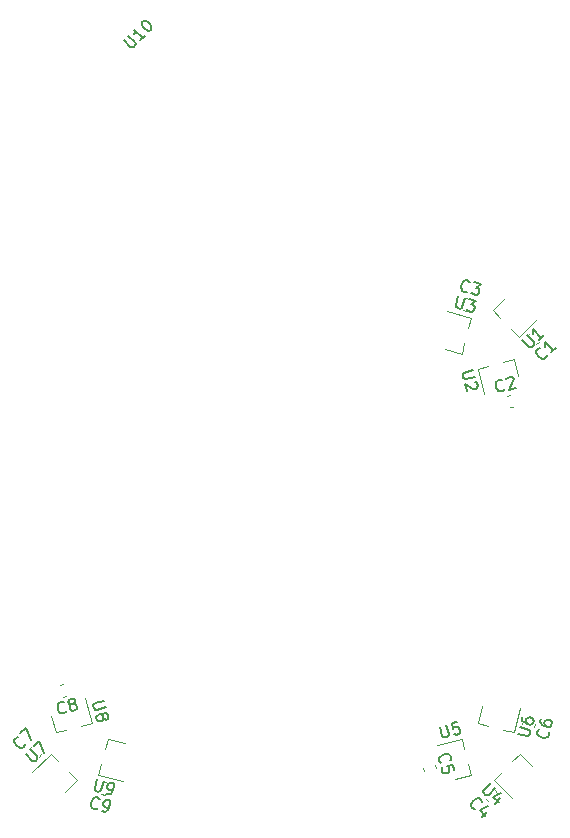
<source format=gbr>
%TF.GenerationSoftware,KiCad,Pcbnew,(5.1.10-1-10_14)*%
%TF.CreationDate,2021-10-31T06:09:43-07:00*%
%TF.ProjectId,o6DOFc_flex_pcb,6f36444f-4663-45f6-966c-65785f706362,rev?*%
%TF.SameCoordinates,Original*%
%TF.FileFunction,Legend,Top*%
%TF.FilePolarity,Positive*%
%FSLAX46Y46*%
G04 Gerber Fmt 4.6, Leading zero omitted, Abs format (unit mm)*
G04 Created by KiCad (PCBNEW (5.1.10-1-10_14)) date 2021-10-31 06:09:43*
%MOMM*%
%LPD*%
G01*
G04 APERTURE LIST*
%ADD10C,0.120000*%
%ADD11C,0.150000*%
G04 APERTURE END LIST*
D10*
%TO.C,U9*%
X67574830Y-92577135D02*
X67334129Y-93475446D01*
X66756962Y-95629460D02*
X66997664Y-94731149D01*
X66756962Y-95629460D02*
X68843362Y-96188509D01*
X67574830Y-92577135D02*
X68985082Y-92955011D01*
%TO.C,U8*%
X63170540Y-92043038D02*
X64068851Y-91802336D01*
X66222865Y-91225170D02*
X65324554Y-91465871D01*
X66222865Y-91225170D02*
X65663816Y-89138770D01*
X63170540Y-92043038D02*
X62792664Y-90632786D01*
%TO.C,U7*%
X64954630Y-96079828D02*
X64297021Y-95422218D01*
X62720172Y-93845370D02*
X63377782Y-94502979D01*
X62720172Y-93845370D02*
X61192822Y-95372721D01*
X64954630Y-96079828D02*
X63922254Y-97112203D01*
%TO.C,U6*%
X98877135Y-91225170D02*
X99775446Y-91465871D01*
X101929460Y-92043038D02*
X101031149Y-91802336D01*
X101929460Y-92043038D02*
X102488509Y-89956638D01*
X98877135Y-91225170D02*
X99255011Y-89814918D01*
%TO.C,U5*%
X98343038Y-95629460D02*
X98102336Y-94731149D01*
X97525170Y-92577135D02*
X97765871Y-93475446D01*
X97525170Y-92577135D02*
X95438770Y-93136184D01*
X98343038Y-95629460D02*
X96932786Y-96007336D01*
%TO.C,U4*%
X102479828Y-93845370D02*
X101822218Y-94502979D01*
X100245370Y-96079828D02*
X100902979Y-95422218D01*
X100245370Y-96079828D02*
X101772721Y-97607178D01*
X102479828Y-93845370D02*
X103512203Y-94877746D01*
%TO.C,U3*%
X97525170Y-59972865D02*
X97765871Y-59074554D01*
X98343038Y-56920540D02*
X98102336Y-57818851D01*
X98343038Y-56920540D02*
X96256638Y-56361491D01*
X97525170Y-59972865D02*
X96114918Y-59594989D01*
%TO.C,U2*%
X101929460Y-60456962D02*
X101031149Y-60697664D01*
X98877135Y-61274830D02*
X99775446Y-61034129D01*
X98877135Y-61274830D02*
X99436184Y-63361230D01*
X101929460Y-60456962D02*
X102307336Y-61867214D01*
%TO.C,U1*%
X100145370Y-56320172D02*
X100802979Y-56977782D01*
X102379828Y-58554630D02*
X101722218Y-57897021D01*
X102379828Y-58554630D02*
X103907178Y-57027279D01*
X100145370Y-56320172D02*
X101177746Y-55287797D01*
%TO.C,C9*%
X67303792Y-97329007D02*
X67032212Y-97256237D01*
X67567788Y-96343763D02*
X67296208Y-96270993D01*
%TO.C,C8*%
X64019195Y-88956822D02*
X63747615Y-89029592D01*
X63755199Y-87971578D02*
X63483619Y-88044348D01*
%TO.C,C7*%
X60991962Y-93386789D02*
X61190773Y-93187978D01*
X61713211Y-94108038D02*
X61912022Y-93909227D01*
%TO.C,C6*%
X103728422Y-91344801D02*
X103655652Y-91616381D01*
X102743178Y-91080805D02*
X102670408Y-91352385D01*
%TO.C,C5*%
X95255652Y-94783619D02*
X95328422Y-95055199D01*
X94270408Y-95047615D02*
X94343178Y-95319195D01*
%TO.C,C4*%
X99790773Y-97860030D02*
X99591962Y-97661219D01*
X100512022Y-97138781D02*
X100313211Y-96939970D01*
%TO.C,C3*%
X97894801Y-55271578D02*
X98166381Y-55344348D01*
X97630805Y-56256822D02*
X97902385Y-56329592D01*
%TO.C,C2*%
X101332212Y-63543763D02*
X101603792Y-63470993D01*
X101596208Y-64529007D02*
X101867788Y-64456237D01*
%TO.C,C1*%
X104062022Y-58959227D02*
X103863211Y-59158038D01*
X103340773Y-58237978D02*
X103141962Y-58436789D01*
%TO.C,U10*%
D11*
X68910315Y-33448022D02*
X69482735Y-34020442D01*
X69583750Y-34054113D01*
X69651093Y-34054113D01*
X69752109Y-34020442D01*
X69886796Y-33885755D01*
X69920467Y-33784739D01*
X69920467Y-33717396D01*
X69886796Y-33616381D01*
X69314376Y-33043961D01*
X70728589Y-33043961D02*
X70324528Y-33448022D01*
X70526559Y-33245991D02*
X69819452Y-32538885D01*
X69853124Y-32707243D01*
X69853124Y-32841930D01*
X69819452Y-32942946D01*
X70459215Y-31899121D02*
X70526559Y-31831778D01*
X70627574Y-31798106D01*
X70694918Y-31798106D01*
X70795933Y-31831778D01*
X70964292Y-31932793D01*
X71132650Y-32101152D01*
X71233666Y-32269511D01*
X71267337Y-32370526D01*
X71267337Y-32437869D01*
X71233666Y-32538885D01*
X71166322Y-32606228D01*
X71065307Y-32639900D01*
X70997963Y-32639900D01*
X70896948Y-32606228D01*
X70728589Y-32505213D01*
X70560231Y-32336854D01*
X70459215Y-32168495D01*
X70425544Y-32067480D01*
X70425544Y-32000137D01*
X70459215Y-31899121D01*
%TO.C,U9*%
X66658742Y-95988660D02*
X66449222Y-96770600D01*
X66470569Y-96874917D01*
X66504241Y-96933238D01*
X66583909Y-97003884D01*
X66767895Y-97053183D01*
X66872213Y-97031836D01*
X66930534Y-96998164D01*
X67001180Y-96918496D01*
X67210700Y-96136556D01*
X67457842Y-97238054D02*
X67641828Y-97287353D01*
X67746145Y-97266006D01*
X67804467Y-97232334D01*
X67933434Y-97118994D01*
X68028729Y-96947333D01*
X68127327Y-96579361D01*
X68105980Y-96475044D01*
X68072308Y-96416722D01*
X67992640Y-96346076D01*
X67808654Y-96296778D01*
X67704336Y-96318125D01*
X67646015Y-96351796D01*
X67575369Y-96431465D01*
X67513746Y-96661447D01*
X67535093Y-96765765D01*
X67568764Y-96824086D01*
X67648433Y-96894732D01*
X67832419Y-96944031D01*
X67936736Y-96922683D01*
X67995057Y-96889012D01*
X68065703Y-96809344D01*
%TO.C,U8*%
X67246578Y-89375274D02*
X66464638Y-89584794D01*
X66384970Y-89655440D01*
X66351298Y-89713761D01*
X66329951Y-89818079D01*
X66379250Y-90002065D01*
X66449896Y-90081733D01*
X66508217Y-90115405D01*
X66612535Y-90136752D01*
X67394475Y-89927231D01*
X67140728Y-90636108D02*
X67162075Y-90531790D01*
X67195747Y-90473469D01*
X67275415Y-90402823D01*
X67321412Y-90390498D01*
X67425729Y-90411846D01*
X67484050Y-90445517D01*
X67554696Y-90525185D01*
X67603995Y-90709171D01*
X67582648Y-90813489D01*
X67548976Y-90871810D01*
X67469308Y-90942456D01*
X67423312Y-90954781D01*
X67318994Y-90933434D01*
X67260673Y-90899762D01*
X67190027Y-90820094D01*
X67140728Y-90636108D01*
X67070082Y-90556440D01*
X67011761Y-90522768D01*
X66907443Y-90501421D01*
X66723458Y-90550720D01*
X66643789Y-90621366D01*
X66610118Y-90679687D01*
X66588771Y-90784005D01*
X66638069Y-90967990D01*
X66708715Y-91047659D01*
X66767036Y-91081330D01*
X66871354Y-91102677D01*
X67055340Y-91053379D01*
X67135008Y-90982733D01*
X67168680Y-90924411D01*
X67190027Y-90820094D01*
%TO.C,U7*%
X60606259Y-93883755D02*
X61178679Y-94456175D01*
X61279694Y-94489847D01*
X61347038Y-94489847D01*
X61448053Y-94456175D01*
X61582740Y-94321488D01*
X61616412Y-94220473D01*
X61616412Y-94153129D01*
X61582740Y-94052114D01*
X61010320Y-93479694D01*
X61279694Y-93210320D02*
X61751099Y-92738916D01*
X62155160Y-93749068D01*
%TO.C,U6*%
X102288660Y-92141257D02*
X103070600Y-92350777D01*
X103174917Y-92329430D01*
X103233238Y-92295758D01*
X103303884Y-92216090D01*
X103353183Y-92032104D01*
X103331836Y-91927786D01*
X103298164Y-91869465D01*
X103218496Y-91798819D01*
X102436556Y-91589299D01*
X102670726Y-90715366D02*
X102621427Y-90899352D01*
X102642774Y-91003670D01*
X102676446Y-91061991D01*
X102789786Y-91190958D01*
X102961447Y-91286253D01*
X103329419Y-91384851D01*
X103433736Y-91363504D01*
X103492057Y-91329832D01*
X103562703Y-91250164D01*
X103612002Y-91066178D01*
X103590655Y-90961861D01*
X103556983Y-90903539D01*
X103477315Y-90832893D01*
X103247333Y-90771270D01*
X103143015Y-90792617D01*
X103084694Y-90826289D01*
X103014048Y-90905957D01*
X102964749Y-91089943D01*
X102986096Y-91194260D01*
X103019768Y-91252582D01*
X103099436Y-91323228D01*
%TO.C,U5*%
X95675274Y-91553421D02*
X95884794Y-92335361D01*
X95955440Y-92415029D01*
X96013761Y-92448701D01*
X96118079Y-92470048D01*
X96302065Y-92420749D01*
X96381733Y-92350103D01*
X96415405Y-92291782D01*
X96436752Y-92187464D01*
X96227231Y-91405524D01*
X97147161Y-91159030D02*
X96687196Y-91282277D01*
X96764447Y-91754566D01*
X96798119Y-91696245D01*
X96877787Y-91625599D01*
X97107769Y-91563976D01*
X97212087Y-91585323D01*
X97270408Y-91618994D01*
X97341054Y-91698663D01*
X97402677Y-91928645D01*
X97381330Y-92032963D01*
X97347659Y-92091284D01*
X97267990Y-92161930D01*
X97038008Y-92223553D01*
X96933690Y-92202206D01*
X96875369Y-92168534D01*
%TO.C,U4*%
X99980710Y-96341793D02*
X99408290Y-96914213D01*
X99374618Y-97015228D01*
X99374618Y-97082572D01*
X99408290Y-97183587D01*
X99542977Y-97318274D01*
X99643992Y-97351946D01*
X99711336Y-97351946D01*
X99812351Y-97318274D01*
X100384771Y-96745854D01*
X100788832Y-97621320D02*
X100317427Y-98092724D01*
X100889847Y-97183587D02*
X100216412Y-97520305D01*
X100654145Y-97958037D01*
%TO.C,U3*%
X97252838Y-55109030D02*
X97043318Y-55890970D01*
X97064665Y-55995287D01*
X97098337Y-56053608D01*
X97178005Y-56124254D01*
X97361991Y-56173553D01*
X97466309Y-56152206D01*
X97524630Y-56118534D01*
X97595276Y-56038866D01*
X97804796Y-55256926D01*
X98172768Y-55355524D02*
X98770722Y-55515745D01*
X98350149Y-55797444D01*
X98488138Y-55834418D01*
X98567806Y-55905064D01*
X98601478Y-55963385D01*
X98622825Y-56067703D01*
X98561202Y-56297685D01*
X98490556Y-56377353D01*
X98432234Y-56411025D01*
X98327917Y-56432372D01*
X98051938Y-56358424D01*
X97972270Y-56287778D01*
X97938598Y-56229457D01*
%TO.C,U2*%
X98516948Y-61369370D02*
X97735008Y-61578890D01*
X97655340Y-61649536D01*
X97621668Y-61707857D01*
X97600321Y-61812175D01*
X97649620Y-61996161D01*
X97720266Y-62075829D01*
X97778587Y-62109501D01*
X97882905Y-62130848D01*
X98664845Y-61921327D01*
X98683775Y-62359945D02*
X98742096Y-62393617D01*
X98812742Y-62473285D01*
X98874365Y-62703267D01*
X98853018Y-62807585D01*
X98819346Y-62865906D01*
X98739678Y-62936552D01*
X98647685Y-62961202D01*
X98497371Y-62952179D01*
X97797517Y-62548118D01*
X97957738Y-63146072D01*
%TO.C,U1*%
X102641793Y-58819289D02*
X103214213Y-59391709D01*
X103315228Y-59425381D01*
X103382572Y-59425381D01*
X103483587Y-59391709D01*
X103618274Y-59257022D01*
X103651946Y-59156007D01*
X103651946Y-59088663D01*
X103618274Y-58987648D01*
X103045854Y-58415228D01*
X104460068Y-58415228D02*
X104056007Y-58819289D01*
X104258037Y-58617259D02*
X103550931Y-57910152D01*
X103584602Y-58078511D01*
X103584602Y-58213198D01*
X103550931Y-58314213D01*
%TO.C,C9*%
X66676465Y-98483111D02*
X66618144Y-98516782D01*
X66467830Y-98525805D01*
X66375837Y-98501155D01*
X66250173Y-98418185D01*
X66182829Y-98301542D01*
X66161482Y-98197225D01*
X66164784Y-98000914D01*
X66201759Y-97862925D01*
X66297054Y-97691263D01*
X66367700Y-97611595D01*
X66484342Y-97544252D01*
X66634656Y-97535229D01*
X66726649Y-97559879D01*
X66852314Y-97642849D01*
X66885986Y-97701171D01*
X67111781Y-98698351D02*
X67295767Y-98747649D01*
X67400084Y-98726302D01*
X67458405Y-98692631D01*
X67587373Y-98579291D01*
X67682668Y-98407630D01*
X67781266Y-98039658D01*
X67759919Y-97935340D01*
X67726247Y-97877019D01*
X67646579Y-97806373D01*
X67462593Y-97757074D01*
X67358275Y-97778421D01*
X67299954Y-97812093D01*
X67229308Y-97891761D01*
X67167684Y-98121744D01*
X67189031Y-98226061D01*
X67222703Y-98284382D01*
X67302371Y-98355028D01*
X67486357Y-98404327D01*
X67590675Y-98382980D01*
X67648996Y-98349308D01*
X67719642Y-98269640D01*
%TO.C,C8*%
X64052965Y-90269969D02*
X64019293Y-90328290D01*
X63893629Y-90411260D01*
X63801636Y-90435910D01*
X63651322Y-90426887D01*
X63534679Y-90359544D01*
X63464033Y-90279876D01*
X63368738Y-90108215D01*
X63331764Y-89970225D01*
X63328462Y-89773915D01*
X63349809Y-89669597D01*
X63417152Y-89552955D01*
X63542817Y-89469984D01*
X63634810Y-89445334D01*
X63785124Y-89454357D01*
X63843445Y-89488029D01*
X64481676Y-89662107D02*
X64377358Y-89640760D01*
X64319037Y-89607088D01*
X64248391Y-89527420D01*
X64236066Y-89481424D01*
X64257413Y-89377106D01*
X64291085Y-89318785D01*
X64370753Y-89248139D01*
X64554739Y-89198840D01*
X64659057Y-89220187D01*
X64717378Y-89253859D01*
X64788024Y-89333527D01*
X64800349Y-89379524D01*
X64779002Y-89483841D01*
X64745330Y-89542162D01*
X64665662Y-89612808D01*
X64481676Y-89662107D01*
X64402007Y-89732753D01*
X64368336Y-89791074D01*
X64346989Y-89895392D01*
X64396288Y-90079378D01*
X64466933Y-90159046D01*
X64525255Y-90192718D01*
X64629572Y-90214065D01*
X64813558Y-90164766D01*
X64893226Y-90094120D01*
X64926898Y-90035799D01*
X64948245Y-89931481D01*
X64898946Y-89747495D01*
X64828300Y-89667827D01*
X64769979Y-89634155D01*
X64665662Y-89612808D01*
%TO.C,C7*%
X60575516Y-93007234D02*
X60575516Y-93074577D01*
X60508172Y-93209264D01*
X60440829Y-93276608D01*
X60306141Y-93343951D01*
X60171454Y-93343951D01*
X60070439Y-93310280D01*
X59902080Y-93209264D01*
X59801065Y-93108249D01*
X59700050Y-92939890D01*
X59666378Y-92838875D01*
X59666378Y-92704188D01*
X59733722Y-92569501D01*
X59801065Y-92502157D01*
X59935752Y-92434814D01*
X60003096Y-92434814D01*
X60171454Y-92131768D02*
X60642859Y-91660364D01*
X61046920Y-92670516D01*
%TO.C,C6*%
X104882526Y-91972127D02*
X104916197Y-92030448D01*
X104925220Y-92180762D01*
X104900570Y-92272755D01*
X104817600Y-92398419D01*
X104700957Y-92465763D01*
X104596640Y-92487110D01*
X104400329Y-92483808D01*
X104262340Y-92446833D01*
X104090678Y-92351538D01*
X104011010Y-92280892D01*
X103943667Y-92164250D01*
X103934644Y-92013936D01*
X103959294Y-91921943D01*
X104042264Y-91796278D01*
X104100586Y-91762606D01*
X104230438Y-90910020D02*
X104181139Y-91094006D01*
X104202486Y-91198324D01*
X104236157Y-91256645D01*
X104349497Y-91385612D01*
X104521159Y-91480908D01*
X104889130Y-91579505D01*
X104993448Y-91558158D01*
X105051769Y-91524487D01*
X105122415Y-91444818D01*
X105171714Y-91260832D01*
X105150367Y-91156515D01*
X105116695Y-91098194D01*
X105037027Y-91027548D01*
X104807045Y-90965924D01*
X104702727Y-90987271D01*
X104644406Y-91020943D01*
X104573760Y-91100611D01*
X104524461Y-91284597D01*
X104545808Y-91388915D01*
X104579480Y-91447236D01*
X104659148Y-91517882D01*
%TO.C,C5*%
X95792578Y-94612743D02*
X95734257Y-94579071D01*
X95651287Y-94453407D01*
X95626637Y-94361414D01*
X95635660Y-94211100D01*
X95703003Y-94094457D01*
X95782671Y-94023811D01*
X95954332Y-93928516D01*
X96092322Y-93891542D01*
X96288632Y-93888240D01*
X96392950Y-93909587D01*
X96509592Y-93976930D01*
X96592563Y-94102595D01*
X96617213Y-94194588D01*
X96608190Y-94344902D01*
X96574518Y-94403223D01*
X96900681Y-95252507D02*
X96777434Y-94792542D01*
X96305144Y-94869793D01*
X96363466Y-94903464D01*
X96434112Y-94983133D01*
X96495735Y-95213115D01*
X96474388Y-95317432D01*
X96440716Y-95375754D01*
X96361048Y-95446400D01*
X96131066Y-95508023D01*
X96026748Y-95486676D01*
X95968427Y-95453004D01*
X95897781Y-95373336D01*
X95836157Y-95143354D01*
X95857504Y-95039036D01*
X95891176Y-94980715D01*
%TO.C,C4*%
X98670439Y-98545850D02*
X98603096Y-98545850D01*
X98468409Y-98478506D01*
X98401065Y-98411163D01*
X98333722Y-98276475D01*
X98333722Y-98141788D01*
X98367393Y-98040773D01*
X98468409Y-97872414D01*
X98569424Y-97771399D01*
X98737783Y-97670384D01*
X98838798Y-97636712D01*
X98973485Y-97636712D01*
X99108172Y-97704056D01*
X99175516Y-97771399D01*
X99242859Y-97906086D01*
X99242859Y-97973430D01*
X99680592Y-98747880D02*
X99209187Y-99219285D01*
X99781607Y-98310147D02*
X99108172Y-98646865D01*
X99545905Y-99084598D01*
%TO.C,C3*%
X98015280Y-54721148D02*
X97956959Y-54754819D01*
X97806645Y-54763842D01*
X97714652Y-54739192D01*
X97588988Y-54656222D01*
X97521644Y-54539579D01*
X97500297Y-54435262D01*
X97503599Y-54238951D01*
X97540574Y-54100962D01*
X97635869Y-53929300D01*
X97706515Y-53849632D01*
X97823157Y-53782289D01*
X97973471Y-53773266D01*
X98065464Y-53797916D01*
X98191129Y-53880886D01*
X98224801Y-53939208D01*
X98571425Y-53933488D02*
X99169379Y-54093709D01*
X98748806Y-54375408D01*
X98886796Y-54412382D01*
X98966464Y-54483028D01*
X99000136Y-54541349D01*
X99021483Y-54645667D01*
X98959859Y-54875649D01*
X98889213Y-54955317D01*
X98830892Y-54988989D01*
X98726575Y-55010336D01*
X98450596Y-54936388D01*
X98370928Y-54865742D01*
X98337256Y-54807421D01*
%TO.C,C2*%
X101161336Y-63006836D02*
X101127664Y-63065157D01*
X101002000Y-63148127D01*
X100910007Y-63172777D01*
X100759693Y-63163754D01*
X100643050Y-63096411D01*
X100572404Y-63016743D01*
X100477109Y-62845082D01*
X100440135Y-62707092D01*
X100436833Y-62510782D01*
X100458180Y-62406464D01*
X100525523Y-62289822D01*
X100651188Y-62206851D01*
X100743181Y-62182201D01*
X100893495Y-62191224D01*
X100951816Y-62224896D01*
X101319788Y-62126298D02*
X101353460Y-62067977D01*
X101433128Y-61997331D01*
X101663110Y-61935707D01*
X101767428Y-61957054D01*
X101825749Y-61990726D01*
X101896395Y-62070394D01*
X101921044Y-62162387D01*
X101912022Y-62312701D01*
X101507961Y-63012555D01*
X102105915Y-62852334D01*
%TO.C,C1*%
X104747842Y-60079560D02*
X104747842Y-60146903D01*
X104680498Y-60281590D01*
X104613155Y-60348934D01*
X104478467Y-60416277D01*
X104343780Y-60416277D01*
X104242765Y-60382606D01*
X104074406Y-60281590D01*
X103973391Y-60180575D01*
X103872376Y-60012216D01*
X103838704Y-59911201D01*
X103838704Y-59776514D01*
X103906048Y-59641827D01*
X103973391Y-59574483D01*
X104108078Y-59507140D01*
X104175422Y-59507140D01*
X105488620Y-59473468D02*
X105084559Y-59877529D01*
X105286590Y-59675499D02*
X104579483Y-58968392D01*
X104613155Y-59136751D01*
X104613155Y-59271438D01*
X104579483Y-59372453D01*
%TD*%
M02*

</source>
